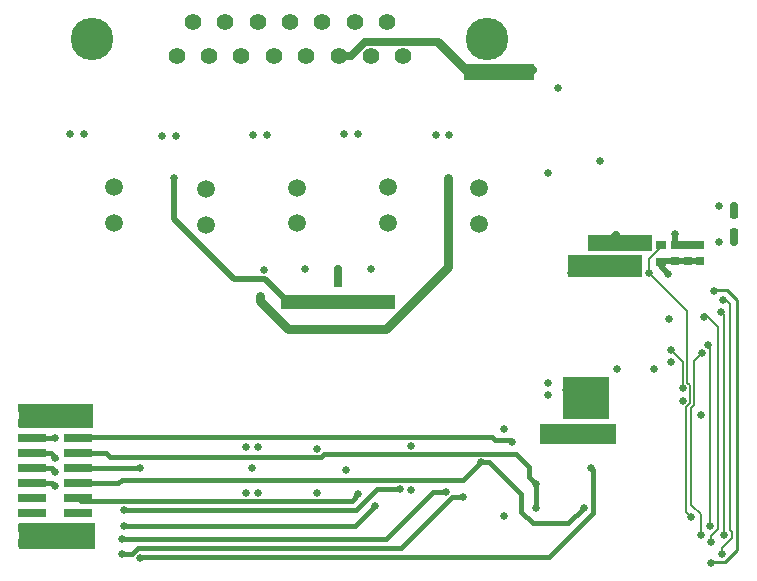
<source format=gbl>
%FSLAX25Y25*%
%MOIN*%
G70*
G01*
G75*
G04 Layer_Physical_Order=4*
G04 Layer_Color=16711680*
%ADD10R,0.03150X0.03150*%
%ADD11O,0.00984X0.05906*%
%ADD12O,0.05906X0.00984*%
%ADD13R,0.03543X0.02559*%
%ADD14R,0.01575X0.01378*%
%ADD15R,0.09449X0.06693*%
%ADD16R,0.04528X0.02756*%
%ADD17R,0.03150X0.02362*%
%ADD18R,0.03543X0.02362*%
%ADD19R,0.05000X0.10000*%
%ADD20C,0.04000*%
%ADD21R,0.02400X0.07400*%
%ADD22C,0.03000*%
%ADD23C,0.00800*%
%ADD24C,0.02000*%
%ADD25C,0.01500*%
%ADD26C,0.02500*%
%ADD27C,0.01000*%
%ADD28C,0.00700*%
%ADD29C,0.01200*%
%ADD30R,0.05700X0.15400*%
%ADD31R,0.07500X0.37100*%
%ADD32R,0.06900X0.17500*%
%ADD33R,0.31800X0.05600*%
%ADD34R,0.45600X0.06300*%
%ADD35R,0.08100X0.04200*%
%ADD36R,0.09200X0.14200*%
%ADD37R,0.09400X0.04200*%
%ADD38R,0.23100X0.07700*%
%ADD39R,0.14800X0.05700*%
%ADD40R,0.03600X0.14100*%
%ADD41R,0.02200X0.05400*%
%ADD42R,0.02158X0.06200*%
%ADD43R,0.22800X0.13900*%
%ADD44C,0.05906*%
%ADD45C,0.05512*%
%ADD46C,0.14173*%
%ADD47C,0.02500*%
%ADD48R,0.09449X0.02992*%
%ADD49R,0.38300X0.04600*%
%ADD50R,0.25500X0.07100*%
%ADD51R,0.15800X0.14200*%
%ADD52R,0.21700X0.05400*%
%ADD53R,0.25000X0.07200*%
%ADD54R,0.23800X0.05800*%
%ADD55R,0.25700X0.08500*%
%ADD56R,0.24900X0.08000*%
D10*
X335700Y371944D02*
D03*
Y377456D02*
D03*
X452400Y384844D02*
D03*
Y390356D02*
D03*
X448100Y384744D02*
D03*
Y390256D02*
D03*
X431300Y384744D02*
D03*
Y390256D02*
D03*
X425300Y384644D02*
D03*
Y390156D02*
D03*
X435700Y384744D02*
D03*
Y390256D02*
D03*
X421100Y384644D02*
D03*
Y390156D02*
D03*
X456600Y384844D02*
D03*
Y390356D02*
D03*
X416100Y333756D02*
D03*
Y328244D02*
D03*
X420300Y333756D02*
D03*
Y328244D02*
D03*
X424500Y333756D02*
D03*
Y328244D02*
D03*
D13*
X443400Y390354D02*
D03*
Y384646D02*
D03*
D17*
X467900Y394644D02*
D03*
Y400156D02*
D03*
D22*
X369205Y457995D02*
X378500Y448700D01*
X372400Y382900D02*
Y412700D01*
X351700Y362200D02*
X372400Y382900D01*
X309844Y371656D02*
Y373244D01*
Y371656D02*
X319300Y362200D01*
X351700D01*
D23*
X464500Y372600D02*
X466400Y370700D01*
X464300Y371800D02*
Y372400D01*
X464500Y372600D01*
X466400Y295165D02*
Y370700D01*
X463600Y367900D02*
X464600Y366900D01*
X466400Y295165D02*
X467050Y294515D01*
X463900Y289335D02*
X467050Y292485D01*
Y294515D01*
X463900Y287200D02*
Y289335D01*
X464600Y293500D02*
Y366900D01*
X458300Y367100D02*
X462450Y362950D01*
Y295585D02*
Y362950D01*
X460250Y293385D02*
X462450Y295585D01*
X460250Y291250D02*
Y293385D01*
X452000Y301100D02*
X453600Y299500D01*
X452000Y301100D02*
Y336318D01*
X452350Y344332D02*
X453250Y343432D01*
X452350Y344332D02*
Y368150D01*
X452000Y336318D02*
X453250Y337568D01*
Y343432D01*
X439500Y381000D02*
X452350Y368150D01*
X456700Y293700D02*
Y300500D01*
X453500Y303700D02*
X456700Y300500D01*
X453500Y303700D02*
Y335838D01*
X454650Y336988D01*
Y351550D01*
X457300Y354200D01*
X460000Y296600D02*
Y356200D01*
Y356900D02*
Y357400D01*
X439500Y381000D02*
Y385600D01*
X443400Y389500D01*
Y390354D01*
D24*
X341400Y370934D02*
Y371056D01*
X330066Y370934D02*
X330500D01*
X448200Y390356D02*
Y394000D01*
X431300Y384744D02*
X435700D01*
Y381600D02*
Y384744D01*
X425400Y381100D02*
Y384544D01*
X425300Y384644D02*
X425400Y384544D01*
X421100Y384644D02*
X425300D01*
X419500Y383044D02*
X421100Y384644D01*
X419500Y381000D02*
Y383044D01*
X425300Y384644D02*
X431200D01*
X431300Y381000D02*
Y384744D01*
X443400Y384646D02*
X443598Y384844D01*
X443400Y383300D02*
Y384646D01*
Y383300D02*
X446000Y380700D01*
X452400Y384844D02*
X456600D01*
X443598D02*
X452400D01*
X416100Y333756D02*
X420300D01*
X424500D01*
X420300Y334056D02*
Y337600D01*
X311468Y378900D02*
X319434Y370934D01*
X301300Y378900D02*
X311468D01*
X281200Y399000D02*
X301300Y378900D01*
X281200Y399000D02*
Y412500D01*
D25*
X383400Y317900D02*
X386200D01*
X397000Y307100D01*
X401700Y302600D02*
Y310200D01*
X397000Y301400D02*
Y307100D01*
Y301400D02*
X400900Y297500D01*
X412600D01*
X417800Y302700D01*
X399492Y313008D02*
X402000Y310500D01*
X399492Y313008D02*
Y316288D01*
X395280Y320500D02*
X399492Y316288D01*
X331077Y320500D02*
X395280D01*
X330077Y319500D02*
X331077Y320500D01*
X259900Y319500D02*
X330077D01*
X258600Y320800D02*
X259900Y319500D01*
X249354Y320800D02*
X258600D01*
X249354Y315800D02*
X269800D01*
X249354Y310800D02*
X262670D01*
X263870Y312000D01*
X377501D01*
X383400Y317900D01*
X420800Y301000D02*
Y315300D01*
X420050Y316050D02*
X420800Y315300D01*
X388100Y325400D02*
X393000D01*
X393700Y324700D01*
X249604Y325550D02*
X250454Y326400D01*
X387100D01*
X388100Y325400D01*
X249354Y305800D02*
X250154Y305000D01*
X340500D01*
X342600Y307100D01*
X234000Y325800D02*
X240700D01*
X264600Y301900D02*
X341800D01*
X348800Y308900D01*
X356400D01*
X234000Y320800D02*
X240300D01*
X241700Y319400D01*
X234000Y315800D02*
X240400D01*
X241500Y314700D01*
X234000Y310800D02*
X240400D01*
X241400Y309800D01*
X406200Y286400D02*
X420800Y301000D01*
X264400Y296700D02*
X341600D01*
X348300Y303400D01*
X269800Y285900D02*
X270100Y286200D01*
X269800Y286400D02*
X406200D01*
X264000Y292200D02*
X351700D01*
X367500Y308000D01*
X371900D01*
X263900Y287400D02*
X267200D01*
X269100Y289300D01*
X357000D01*
X373800Y306100D01*
X377500D01*
D26*
X428600Y392956D02*
Y393456D01*
X421100Y390156D02*
X425300D01*
X428600Y393456D01*
Y393500D01*
X438056Y390256D02*
X439200Y391400D01*
X435700Y390256D02*
X438056D01*
X431300D02*
X435700D01*
X428600Y392956D02*
X431300Y390256D01*
X452400Y390356D02*
X456600D01*
X448200D02*
X452400D01*
X336024Y453386D02*
X340293D01*
X344902Y457995D01*
X369205D01*
X378500Y448700D02*
X400700D01*
X416100Y328244D02*
X420300D01*
X424500D01*
X335700Y377456D02*
Y382144D01*
X467900Y391100D02*
Y394644D01*
Y400156D02*
Y403100D01*
X410900Y328544D02*
X416100D01*
D27*
X460150Y284650D02*
X460300Y284500D01*
Y284100D02*
Y284500D01*
X461300Y375150D02*
X465556D01*
X468750Y288444D02*
Y371956D01*
X464956Y284650D02*
X468750Y288444D01*
X465556Y375150D02*
X468750Y371956D01*
X460150Y284650D02*
X464956D01*
X435200Y381100D02*
Y381600D01*
D28*
X451000Y342500D02*
Y351100D01*
X446800Y355300D02*
X451000Y351100D01*
D44*
X291900Y408860D02*
D03*
Y397049D02*
D03*
X383000Y409205D02*
D03*
Y397394D02*
D03*
X352600Y409406D02*
D03*
Y397594D02*
D03*
X322200Y409320D02*
D03*
Y397509D02*
D03*
X261200Y409406D02*
D03*
Y397594D02*
D03*
D45*
X282087Y453386D02*
D03*
X292874D02*
D03*
X303661D02*
D03*
X314449D02*
D03*
X357598D02*
D03*
X346811D02*
D03*
X336024D02*
D03*
X325236D02*
D03*
X287480Y464567D02*
D03*
X298268D02*
D03*
X309055D02*
D03*
X352205D02*
D03*
X341417D02*
D03*
X330630D02*
D03*
X319843D02*
D03*
D46*
X385689Y458976D02*
D03*
X253957D02*
D03*
D47*
X405800Y340200D02*
D03*
Y344300D02*
D03*
X412000Y341900D02*
D03*
X352300Y370934D02*
D03*
X341400D02*
D03*
X330500D02*
D03*
X319434D02*
D03*
X307300Y316000D02*
D03*
X305200Y322900D02*
D03*
X309200D02*
D03*
X305200Y307600D02*
D03*
X309200D02*
D03*
X328700Y307700D02*
D03*
X329000Y322100D02*
D03*
X391100Y328800D02*
D03*
X360200Y323200D02*
D03*
X391100Y299900D02*
D03*
X360228Y308672D02*
D03*
X460300Y284100D02*
D03*
X451000Y342500D02*
D03*
X446800Y355300D02*
D03*
X441200Y348900D02*
D03*
X439200Y391400D02*
D03*
X428600Y393500D02*
D03*
X448200Y394000D02*
D03*
X446118Y365518D02*
D03*
X446700Y351200D02*
D03*
X461300Y374800D02*
D03*
X464300Y371800D02*
D03*
X463600Y367900D02*
D03*
X463900Y287200D02*
D03*
X464600Y293500D02*
D03*
X457900Y366400D02*
D03*
X460250Y291250D02*
D03*
X439500Y381000D02*
D03*
X453600Y299500D02*
D03*
X457300Y354200D02*
D03*
X456700Y293700D02*
D03*
X459300Y356900D02*
D03*
X460000Y296600D02*
D03*
X450900Y338400D02*
D03*
X428900Y348900D02*
D03*
X400700Y448700D02*
D03*
X419500Y381000D02*
D03*
X431300D02*
D03*
X435200Y381100D02*
D03*
X425400D02*
D03*
X446000Y380700D02*
D03*
X420400Y337700D02*
D03*
X311100Y381900D02*
D03*
X324900Y382200D02*
D03*
X346800D02*
D03*
X335756D02*
D03*
X309844Y373244D02*
D03*
X372400Y412700D02*
D03*
X281200Y412500D02*
D03*
X405740Y414360D02*
D03*
X462700Y391300D02*
D03*
Y403300D02*
D03*
X456800Y333600D02*
D03*
X467900Y391100D02*
D03*
Y403100D02*
D03*
X373000Y426900D02*
D03*
X368400Y426800D02*
D03*
X342600Y427100D02*
D03*
X338000D02*
D03*
X312200Y427000D02*
D03*
X307600Y426900D02*
D03*
X281800Y426500D02*
D03*
X277300D02*
D03*
X251200Y427100D02*
D03*
X246600D02*
D03*
X409300Y442600D02*
D03*
X423200Y418100D02*
D03*
X402000Y310500D02*
D03*
X401700Y302600D02*
D03*
X417800Y302700D02*
D03*
X383400Y317900D02*
D03*
X413400Y380900D02*
D03*
X410900Y328544D02*
D03*
X414900Y337600D02*
D03*
X338500Y315100D02*
D03*
X393700Y324700D02*
D03*
X420050Y316050D02*
D03*
X269800Y315800D02*
D03*
X342600Y307100D02*
D03*
X241500Y325800D02*
D03*
X264600Y301900D02*
D03*
X356400Y308900D02*
D03*
X241500Y319400D02*
D03*
Y314700D02*
D03*
Y309800D02*
D03*
X264400Y296700D02*
D03*
X348300Y303400D02*
D03*
X264000Y292200D02*
D03*
X269800Y285900D02*
D03*
X371900Y308000D02*
D03*
X263900Y287400D02*
D03*
X377500Y306100D02*
D03*
X241700Y335700D02*
D03*
X241600Y331200D02*
D03*
X241500Y295300D02*
D03*
Y290900D02*
D03*
D48*
X249354Y335800D02*
D03*
Y330800D02*
D03*
Y325800D02*
D03*
Y320800D02*
D03*
Y315800D02*
D03*
Y310800D02*
D03*
Y305800D02*
D03*
Y300800D02*
D03*
Y295800D02*
D03*
Y290800D02*
D03*
X234000Y335800D02*
D03*
Y330800D02*
D03*
Y325800D02*
D03*
Y320800D02*
D03*
Y315800D02*
D03*
Y310800D02*
D03*
Y305800D02*
D03*
Y300800D02*
D03*
Y295800D02*
D03*
Y290800D02*
D03*
D49*
X335850Y371200D02*
D03*
D50*
X415750Y327250D02*
D03*
D51*
X418500Y339100D02*
D03*
D52*
X429850Y391000D02*
D03*
D53*
X424800Y383100D02*
D03*
D54*
X389600Y448000D02*
D03*
D55*
X242050Y293250D02*
D03*
D56*
X241850Y333300D02*
D03*
M02*

</source>
